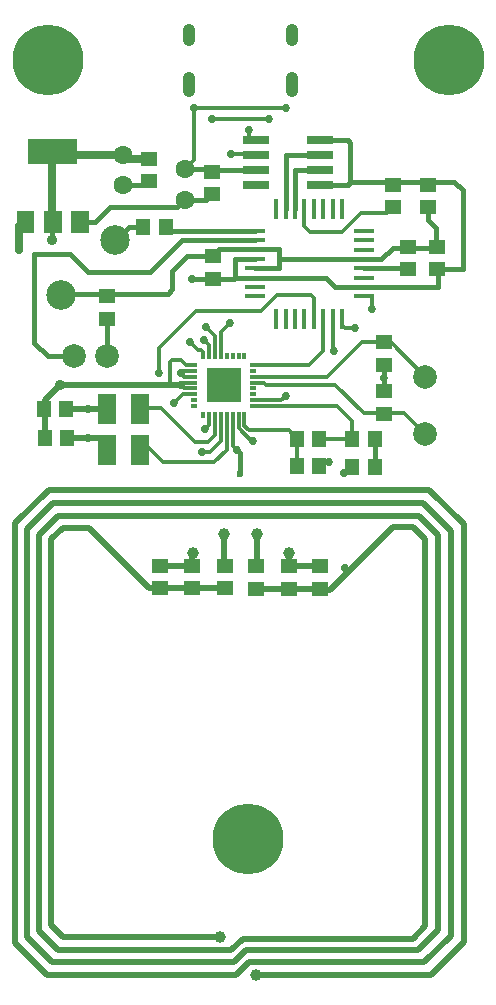
<source format=gtl>
G04 Created by GerbView*
%FSLAX26Y26*%
%MOIN*%
G75*
%ADD10C,0.0010*%
%ADD11R,0.0118X0.0196*%
%ADD12R,0.0196X0.0118*%
%ADD13C,0.0196*%
%ADD14C,0.0393*%
%ADD15R,0.0551X0.0511*%
%ADD16R,0.1181X0.1181*%
%ADD17C,0.0118*%
%ADD18C,0.0275*%
%ADD19R,0.0511X0.0551*%
%ADD20C,0.0157*%
%ADD21C,0.0787*%
%ADD22R,0.0700X0.0177*%
%ADD23R,0.0177X0.0700*%
%ADD24C,0.0984*%
%ADD25R,0.0629X0.0629*%
%ADD26R,0.0866X0.0275*%
%ADD27C,0.0039*%
%ADD28C,0.0629*%
%ADD29C,0.0275*%
%ADD30C,0.0354*%
%ADD31C,0.2362*%
%ADD32R,0.0629X0.1023*%
%ADD33C,0.0236*%
%LNEXPORT*%
D02*
D10*
D11*
X637362Y-01342169D03*
D10*
D11*
X637362Y-01145318D03*
D10*
D11*
X657047Y-01342169D03*
D10*
D11*
X657047Y-01145318D03*
D10*
D11*
X676732Y-01342169D03*
D10*
D11*
X676732Y-01145318D03*
D10*
D11*
X696417Y-01342169D03*
D10*
D11*
X696417Y-01145318D03*
D10*
D11*
X716102Y-01342169D03*
D10*
D11*
X716102Y-01145318D03*
D10*
D11*
X735787Y-01342169D03*
D10*
D11*
X735787Y-01145318D03*
D10*
D11*
X755472Y-01342169D03*
D10*
D11*
X755472Y-01145318D03*
D10*
D11*
X775157Y-01342169D03*
D10*
D11*
X775157Y-01145318D03*
D10*
D12*
X607834Y-01312641D03*
D10*
D12*
X804685Y-01312641D03*
D10*
D12*
X607834Y-01292956D03*
D10*
D12*
X804685Y-01292956D03*
D10*
D12*
X607834Y-01273271D03*
D10*
D12*
X804685Y-01273271D03*
D10*
D12*
X607834Y-01253586D03*
D10*
D12*
X804685Y-01253586D03*
D10*
D12*
X607834Y-01233901D03*
D10*
D12*
X804685Y-01233901D03*
D10*
D12*
X607834Y-01214216D03*
D10*
D12*
X804685Y-01214216D03*
D10*
D12*
X607834Y-01194531D03*
D10*
D12*
X804685Y-01194531D03*
D10*
D12*
X607834Y-01174846D03*
D10*
D12*
X804685Y-01174846D03*
D10*
D13*
X493748Y-01918755D02*
X456251D01*
X256251Y-01718755D01*
X168748D01*
X131251Y-01756251D01*
Y-03043755D01*
X168748Y-03081251D01*
X693748D01*
X812500Y-03209377D02*
X1396874D01*
X1506251Y-03100003D01*
Y-01706251D01*
X1390625Y-01590629D01*
X121874D01*
X9374Y-01703129D01*
Y-03103129D01*
X115625Y-03209377D01*
X746874D01*
X790625Y-03165629D01*
X1375000D01*
X1462500Y-03078129D01*
Y-01728129D01*
X1368748Y-01634377D01*
X137500D01*
X50000Y-01721877D01*
Y-03081251D01*
X134374Y-03165629D01*
X740625D01*
X781251Y-03125003D01*
X1353125D01*
X1418748Y-03059377D01*
Y-01740629D01*
X1356251Y-01678129D01*
X153125D01*
X90625Y-01740629D01*
Y-03062503D01*
X153125Y-03125003D01*
X731251D01*
X768748Y-03087503D01*
X1337500D01*
X1378125Y-03046877D01*
Y-01756251D01*
X1337500Y-01715629D01*
X1268748D01*
X1059374Y-01925003D01*
X1037500D01*
X1034374Y-01921877D01*
D14*
X693759Y-03081251D03*
D13*
D14*
X812500Y-03209362D03*
D13*
D15*
X493748Y-01843952D03*
D13*
D15*
X493748Y-01918755D03*
D13*
D15*
X600000Y-01843952D03*
D13*
D15*
X600000Y-01918755D03*
D13*
D15*
X709374Y-01843952D03*
D13*
D15*
X709374Y-01918755D03*
D13*
D15*
X812500Y-01847074D03*
D13*
D15*
X812500Y-01921877D03*
D13*
D15*
X921874Y-01847074D03*
D13*
D15*
X921874Y-01921877D03*
D13*
D15*
X1028125Y-01847074D03*
D13*
D15*
X1028125Y-01921877D03*
D13*
X493748Y-01918755D02*
X709374D01*
X1028125Y-01921877D02*
X812500D01*
D14*
X706251Y-01737503D03*
D13*
D14*
X815625Y-01737503D03*
D13*
X706251Y-01737503D02*
Y-01840826D01*
X709374Y-01843952D01*
X815625Y-01737503D02*
Y-01843952D01*
X812500Y-01847074D01*
D14*
X603125Y-01803129D03*
D13*
D14*
X925000Y-01803129D03*
D13*
X493748Y-01843952D02*
X600000D01*
Y-01806251D01*
X603125Y-01803129D01*
X925000D02*
Y-01843952D01*
X921874Y-01847074D01*
X1028125D01*
D16*
X706251Y-01240629D03*
D13*
D17*
X657047Y-01342169D02*
Y-01374204D01*
X643748Y-01387503D01*
D18*
X643748Y-01387503D03*
D17*
D18*
X253125Y-01321877D03*
D17*
D18*
X253125Y-01418755D03*
D17*
D19*
X109374Y-01418755D03*
D17*
D19*
X184177Y-01418755D03*
D17*
D19*
X106251Y-01321877D03*
D17*
D19*
X181055Y-01321877D03*
D17*
X676732Y-01342169D02*
Y-01407645D01*
X653125Y-01431251D01*
X609374D01*
X496874Y-01318755D01*
X428984D01*
X425862Y-01321877D01*
X716102Y-01342169D02*
Y-01458901D01*
X675000Y-01500003D01*
X503984D01*
X425862Y-01421877D01*
D18*
X634374Y-01465629D03*
D17*
X696417Y-01342169D02*
Y-01428586D01*
X668748Y-01456251D01*
X634374Y-01465629D02*
X659374D01*
X668748Y-01456251D01*
D18*
X703125Y-01237503D03*
D17*
D13*
X181055Y-01321877D02*
X315625D01*
X184177Y-01418755D02*
X312500D01*
X315625Y-01421877D01*
D19*
X1134374Y-01515629D03*
D13*
D19*
X1209177Y-01515629D03*
D13*
D19*
X1134374Y-01421877D03*
D13*
D19*
X1209177Y-01421877D03*
D13*
D19*
X950000Y-01512503D03*
D13*
D19*
X1024803Y-01512503D03*
D13*
D19*
X950000Y-01421877D03*
D13*
D19*
X1024803Y-01421877D03*
D13*
D17*
X775157Y-01342169D02*
Y-01378287D01*
X790625Y-01393755D01*
X921874D01*
X950000Y-01421877D01*
Y-01512503D01*
X1024803Y-01421877D02*
X1134374D01*
D18*
X1106251Y-01534377D03*
D17*
D18*
X1056251Y-01500003D03*
D17*
D18*
X1109374Y-01853129D03*
D17*
D20*
X1209177Y-01515629D02*
Y-01421877D01*
D17*
X804685Y-01312641D02*
X1084511D01*
X1134374Y-01362503D01*
Y-01421877D01*
D18*
X750000Y-01459377D03*
D17*
D18*
X803125Y-01428129D03*
D17*
X755472Y-01342169D02*
Y-01386724D01*
X803125Y-01434377D01*
X735787Y-01342169D02*
Y-01445165D01*
X750000Y-01459377D01*
D18*
X912500Y-01278129D03*
D17*
D18*
X562500Y-01243755D03*
D17*
X607834Y-01233901D02*
X572354D01*
X562500Y-01243755D01*
X607834Y-01253586D02*
X572330D01*
X562500Y-01243755D01*
X804685Y-01292956D02*
X897673D01*
X912500Y-01278129D01*
D18*
X562500Y-01203129D03*
D17*
X607834Y-01194531D02*
X571098D01*
X562500Y-01203129D01*
X607834Y-01214216D02*
X573586D01*
X562500Y-01203129D01*
D13*
X109374Y-01418755D02*
Y-01293755D01*
X159374Y-01243755D01*
X562500D01*
D18*
X540625Y-01303129D03*
D13*
D18*
X490625Y-01203129D03*
D13*
D17*
X607834Y-01273271D02*
X570480D01*
X540625Y-01303129D01*
D21*
X1378271Y-01406031D03*
D17*
D21*
X1378271Y-01215480D03*
D17*
D15*
X1240527Y-01100102D03*
D17*
D15*
X1240527Y-01174905D03*
D17*
D15*
X1240527Y-01262602D03*
D17*
D15*
X1240527Y-01337405D03*
D17*
D18*
X1240625Y-01218755D03*
D17*
X804685Y-01214216D02*
X1051413D01*
X1165625Y-01100003D01*
X1262795D01*
X1378271Y-01215480D01*
X804685Y-01233901D02*
X840149D01*
X846874Y-01240629D01*
X1078125D01*
X1171874Y-01334377D01*
X1306618D01*
X1378271Y-01406031D01*
D22*
X809374Y-00946633D03*
D17*
D22*
X809374Y-00915531D03*
D17*
D22*
X809374Y-00884035D03*
D17*
D22*
X809374Y-00852933D03*
D17*
D22*
X809374Y-00821830D03*
D17*
D22*
X809374Y-00790334D03*
D17*
D22*
X809374Y-00759232D03*
D17*
D22*
X809374Y-00728129D03*
D17*
D22*
X1171972Y-00947027D03*
D17*
D22*
X1171972Y-00915925D03*
D17*
D22*
X1171972Y-00884429D03*
D17*
D22*
X1171972Y-00853326D03*
D17*
D22*
X1171972Y-00822224D03*
D17*
D22*
X1171972Y-00790728D03*
D17*
D22*
X1171972Y-00759625D03*
D17*
D22*
X1171972Y-00728523D03*
D17*
D23*
X881421Y-00656476D03*
D17*
D23*
X912523Y-00656476D03*
D17*
D23*
X944019Y-00656476D03*
D17*
D23*
X975122Y-00656476D03*
D17*
D23*
X1006224Y-00656476D03*
D17*
D23*
X1037720Y-00656476D03*
D17*
D23*
X1068822Y-00656476D03*
D17*
D23*
X1099925Y-00656476D03*
D17*
D23*
X881421Y-01021830D03*
D17*
D23*
X912523Y-01021830D03*
D17*
D23*
X944019Y-01021830D03*
D17*
D23*
X975122Y-01021830D03*
D17*
D23*
X1006224Y-01021830D03*
D17*
D23*
X1037720Y-01021830D03*
D17*
D23*
X1068822Y-01021830D03*
D17*
D23*
X1099925Y-01021830D03*
D17*
D24*
X344822Y-00759291D03*
D17*
D24*
X163625Y-00940484D03*
D17*
D15*
X1318649Y-00781350D03*
D17*
D15*
X1318649Y-00856153D03*
D17*
D18*
X640625Y-01093755D03*
D17*
X657047Y-01145318D02*
Y-01110177D01*
X640625Y-01093755D01*
D15*
X668649Y-00812602D03*
D17*
D15*
X668649Y-00887405D03*
D17*
D25*
X206251Y-01146877D03*
D17*
D25*
X316488Y-01146877D03*
D17*
D21*
X206251Y-01146877D03*
D17*
D21*
X316488Y-01146877D03*
D17*
D15*
X315527Y-00946976D03*
D17*
D15*
X315527Y-01021779D03*
D17*
D26*
X815000Y-00426346D03*
D17*
D26*
X815000Y-00476346D03*
D17*
D26*
X815000Y-00526346D03*
D17*
D26*
X815000Y-00576346D03*
D17*
D26*
X1027598Y-00576346D03*
D17*
D26*
X1027598Y-00526346D03*
D17*
D26*
X1027598Y-00476346D03*
D17*
D26*
X1027598Y-00426346D03*
D17*
D10*
G36*
X161858Y-00663118D02*
X106740D01*
Y-00733196D01*
X161858D01*
Y-00663118D01*
G37*
D27*
X161858Y-00663118D02*
X106740D01*
Y-00733196D01*
X161858D01*
Y-00663118D01*
D10*
G36*
X71307Y-00663118D02*
X16188D01*
Y-00733196D01*
X71307D01*
Y-00663118D01*
G37*
D27*
X71307Y-00663118D02*
X16188D01*
Y-00733196D01*
X71307D01*
Y-00663118D01*
D10*
G36*
X252409Y-00663118D02*
X197291D01*
Y-00733196D01*
X252409D01*
Y-00663118D01*
G37*
D27*
X252409Y-00663118D02*
X197291D01*
Y-00733196D01*
X252409D01*
Y-00663118D01*
D10*
G36*
X217370Y-00506031D02*
X52015D01*
Y-00423354D01*
X217370D01*
Y-00506031D01*
G37*
D28*
X370681Y-00577019D03*
D10*
D28*
X370681Y-00476405D03*
D10*
D28*
X576728Y-00523196D03*
D10*
D28*
X576728Y-00623811D03*
D10*
D15*
X456149Y-00487602D03*
D10*
D15*
X456149Y-00562405D03*
D10*
D17*
X804685Y-01174846D02*
X990783D01*
X1037500Y-01128129D01*
Y-01022051D01*
X1037720Y-01021830D01*
D18*
X1143748Y-01053129D03*
D17*
X1143748Y-01053129D02*
X1109374D01*
X1100000Y-01043755D01*
D18*
X1075000Y-01128129D03*
D17*
D18*
X646874Y-01050003D03*
D17*
X1068822Y-01021830D02*
Y-01121952D01*
X1075000Y-01128129D01*
X676732Y-01145318D02*
Y-01079862D01*
X646874Y-01050003D01*
D18*
X1200000Y-00987503D03*
D17*
D18*
X728125Y-01034377D03*
D17*
X1200000Y-00987503D02*
Y-00950003D01*
X696417Y-01145318D02*
Y-01066086D01*
X728125Y-01034377D01*
X490625Y-01203129D02*
Y-01118755D01*
X612500Y-00996877D01*
X831251D01*
X884374Y-00943755D01*
X996874D01*
X1006251Y-00953129D01*
Y-01021803D01*
X1006224Y-01021830D01*
D20*
X809374Y-00790334D02*
X890330D01*
X890625Y-00790629D01*
Y-00853129D01*
X809570D01*
X809374Y-00852933D01*
X1171972Y-00822224D02*
X894094D01*
X893748Y-00821877D01*
X809374Y-00821830D02*
X743799D01*
X743748Y-00821877D01*
Y-00884377D01*
X1046874D01*
X1078125Y-00915629D01*
X1171677D01*
X1171972Y-00915925D01*
D15*
X1415523Y-00781350D03*
D20*
D15*
X1415523Y-00856153D03*
D20*
X1171972Y-00822224D02*
X1230905D01*
X1268748Y-00784377D01*
X1412496D01*
X1415523Y-00781350D01*
X1171972Y-00853326D02*
X1315822D01*
X1318649Y-00856153D01*
X1171972Y-00915925D02*
X1418456D01*
X1418748Y-00915629D01*
Y-00859377D01*
X1415523Y-00856153D01*
D15*
X1268653Y-00649905D03*
D20*
D15*
X1268653Y-00575102D03*
D20*
D17*
X975122Y-00656476D02*
Y-00712625D01*
X993748Y-00731251D01*
X1100000D01*
X1162500Y-00668755D01*
X1250000Y-00668751D01*
D20*
X809374Y-00790334D02*
X690917D01*
X668649Y-00812602D01*
Y-00887405D02*
X740724D01*
X743748Y-00884377D01*
X809374Y-00728129D02*
X512303D01*
X668649Y-00812602D02*
X584279D01*
X534374Y-00862503D01*
Y-00921877D01*
X518748Y-00937503D01*
X166610D01*
X163625Y-00940484D01*
X315527Y-01021779D02*
Y-01145921D01*
X316488Y-01146877D01*
X809374Y-00759232D02*
X565771D01*
X459374Y-00865629D01*
X253125D01*
X193748Y-00806251D01*
X75000D01*
Y-01103129D01*
X118748Y-01146877D01*
X206251D01*
D18*
X25000Y-00750003D03*
D20*
D18*
X25000Y-00771877D03*
D20*
D18*
X25000Y-00793755D03*
D20*
D29*
X25000Y-00793755D02*
Y-00712503D01*
X40625Y-00696877D01*
D15*
X665523Y-00531350D03*
D29*
D15*
X665523Y-00606153D03*
D29*
D20*
X231251Y-00700003D02*
X278125D01*
X328125Y-00650003D01*
X550535D01*
X576728Y-00623811D01*
X647866D01*
X665523Y-00606153D01*
D29*
X456149Y-00487602D02*
X381877D01*
X370681Y-00476405D01*
X146405D01*
X134692Y-00464692D01*
Y-00697196D01*
X137500Y-00700003D01*
D20*
X370681Y-00577019D02*
X441535D01*
X456149Y-00562405D01*
X576728Y-00523196D02*
X657370D01*
X665523Y-00531350D01*
D30*
X134374Y-00759377D03*
D20*
D18*
X600000Y-00887503D03*
D20*
X134374Y-00759377D02*
Y-00703129D01*
X137500Y-00700003D01*
X668649Y-00887405D02*
X600098D01*
X600000Y-00887503D01*
D30*
X159374Y-01243755D03*
D20*
X1240527Y-01174905D02*
Y-01262602D01*
X944019Y-00656476D02*
Y-00525275D01*
X943748Y-00525003D01*
X1026255D01*
X1027598Y-00526346D01*
X912523Y-00656476D02*
X912500Y-00475003D01*
X1026255D01*
X1027598Y-00476346D01*
X815000Y-00526346D02*
X670527D01*
X665523Y-00531350D01*
X1027598Y-00426346D02*
X1120094D01*
X1128125Y-00434377D01*
Y-00565629D01*
X1118748Y-00575003D01*
X1028944D01*
X1027598Y-00576346D01*
X1415523Y-00856153D02*
X1503023D01*
X1503125Y-00856251D01*
Y-00593755D01*
X1475000Y-00565629D01*
X1128125D01*
D15*
X1387401Y-00575102D03*
D20*
D15*
X1387401Y-00649905D03*
D20*
X1387401Y-00649905D02*
Y-00693653D01*
X1412500Y-00718755D01*
Y-00778326D01*
X1415523Y-00781350D01*
D14*
X931913Y-00057814D03*
D20*
D14*
X931913Y-00090629D03*
D20*
D14*
X931913Y-00217192D03*
D20*
D14*
X931913Y-00260940D03*
D20*
D14*
X931913Y-00057814D02*
Y-00090629D01*
Y-00217192D02*
Y-00260940D01*
X591287Y-00217192D03*
D14*
X591287Y-00260940D03*
D14*
X591287Y-00217192D02*
Y-00260940D01*
X591287Y-00057814D03*
D14*
X591287Y-00090629D03*
D14*
X591287Y-00057814D02*
Y-00090629D01*
D18*
X913161Y-00317188D03*
D14*
D18*
X606913Y-00317188D03*
D14*
D18*
X856913Y-00354688D03*
D14*
D18*
X666287Y-00356251D03*
D14*
D31*
X118748Y-00159374D03*
D14*
D31*
X1456251Y-00159374D03*
D14*
D31*
X787500Y-02756251D03*
D14*
D17*
X913161Y-00317188D02*
X606913D01*
Y-00493011D01*
X576728Y-00523196D01*
X666287Y-00356251D02*
X855350D01*
X856913Y-00354688D01*
D18*
X729688Y-00473437D03*
D17*
X729688Y-00473437D02*
X812090D01*
X815000Y-00476346D01*
D18*
X790625Y-00392188D03*
D17*
X790625Y-00392188D02*
Y-00421874D01*
X792188Y-00423437D01*
D32*
X315625Y-01321877D03*
D17*
D32*
X425862Y-01321877D03*
D17*
D32*
X315625Y-01459377D03*
D17*
D32*
X425862Y-01459377D03*
D17*
X607834Y-01174846D02*
X581094D01*
X564062Y-01157811D01*
X534374D01*
X526562Y-01165625D01*
Y-01243748D01*
D18*
X593748Y-01100000D03*
D17*
X637362Y-01145318D02*
Y-01132673D01*
X631251Y-01126562D01*
X620311D01*
X593748Y-01100000D01*
D33*
X760937Y-01634374D03*
D17*
D33*
X760937Y-01539062D03*
D17*
D20*
X760937Y-01539062D02*
Y-01470314D01*
X750000Y-01459377D01*
D19*
X512303Y-00714066D03*
D20*
D19*
X437500Y-00714066D03*
D20*
X437500Y-00714066D02*
X390047D01*
X344822Y-00759291D01*
D02*
M02*

</source>
